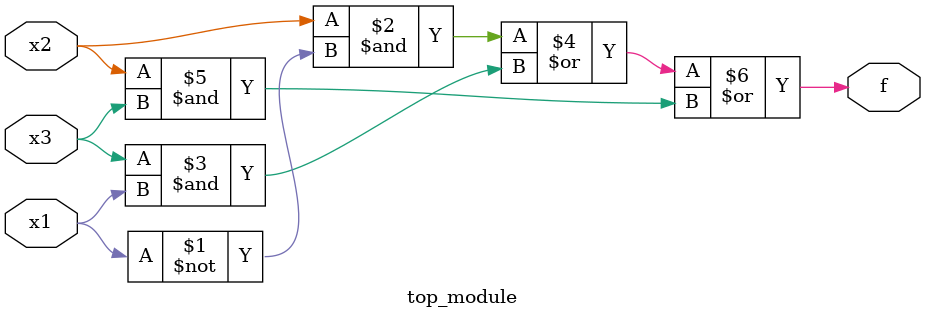
<source format=sv>
module top_module (
    input x3,
    input x2,
    input x1,
    output f
);

assign f = (x2 & ~x1) | (x3 & x1) | (x2 & x3);

endmodule

</source>
